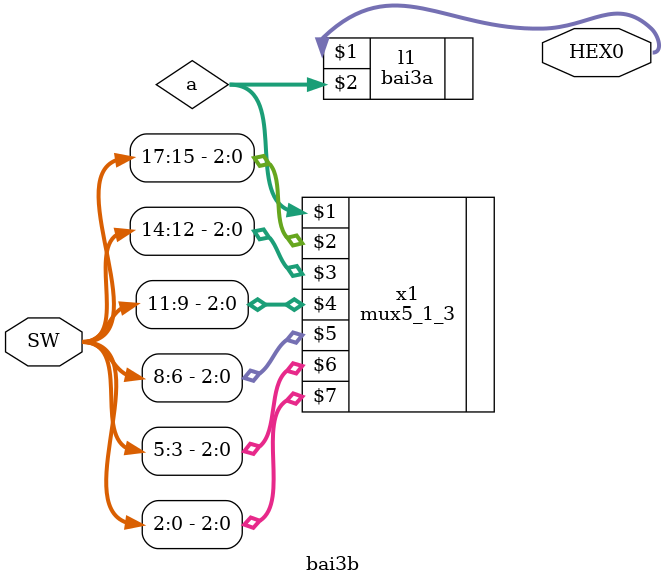
<source format=v>
module bai3b(
	output [6:0] HEX0,
	input [17:0] SW
);
	
	wire [2:0] a;
	
	mux5_1_3 x1(a, SW[17:15], SW[14:12], SW[11:9], SW[8:6], SW[5:3], SW[2:0]);
	bai3a l1(HEX0, a);
endmodule 
</source>
